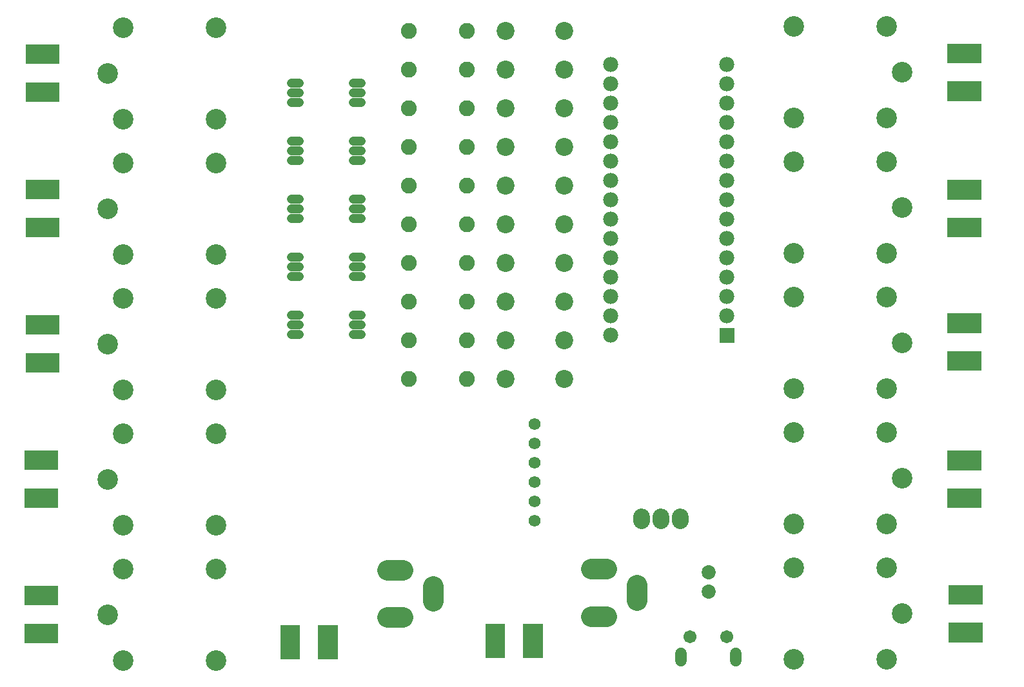
<source format=gbs>
G04 Layer: BottomSolderMaskLayer*
G04 EasyEDA v6.1.52, Sat, 03 Aug 2019 15:20:47 GMT*
G04 0863e46d4acc4207ac88c0ed569749d1,99d799917bed4c779c6d3b41b195639e,10*
G04 Gerber Generator version 0.2*
G04 Scale: 100 percent, Rotated: No, Reflected: No *
G04 Dimensions in millimeters *
G04 leading zeros omitted , absolute positions ,3 integer and 3 decimal *
%FSLAX33Y33*%
%MOMM*%
G90*
G71D02*

%ADD34C,1.203198*%
%ADD35C,2.235200*%
%ADD36C,2.703195*%
%ADD37C,1.503197*%
%ADD39C,1.981200*%
%ADD40C,1.567180*%
%ADD41C,2.082800*%
%ADD42C,2.362200*%
%ADD43R,4.488180X2.583180*%
%ADD46C,1.703197*%
%ADD48C,1.854200*%

%LPD*%
G54D34*
G01X48759Y65278D02*
G01X47760Y65278D01*
G01X48759Y64008D02*
G01X47760Y64008D01*
G01X48759Y62738D02*
G01X47760Y62738D01*
G01X48759Y57658D02*
G01X47760Y57658D01*
G01X48759Y56388D02*
G01X47760Y56388D01*
G01X48759Y55118D02*
G01X47760Y55118D01*
G01X48759Y50038D02*
G01X47760Y50038D01*
G01X48759Y48768D02*
G01X47760Y48768D01*
G01X48759Y47498D02*
G01X47760Y47498D01*
G01X40631Y80518D02*
G01X39632Y80518D01*
G01X40631Y79248D02*
G01X39632Y79248D01*
G01X40631Y77978D02*
G01X39632Y77978D01*
G01X40631Y72898D02*
G01X39632Y72898D01*
G01X40631Y71628D02*
G01X39632Y71628D01*
G01X40631Y70358D02*
G01X39632Y70358D01*
G01X40631Y65278D02*
G01X39632Y65278D01*
G01X40631Y64008D02*
G01X39632Y64008D01*
G01X40631Y62738D02*
G01X39632Y62738D01*
G01X48759Y80518D02*
G01X47760Y80518D01*
G01X48759Y79248D02*
G01X47760Y79248D01*
G01X48759Y77978D02*
G01X47760Y77978D01*
G01X48759Y72898D02*
G01X47760Y72898D01*
G01X48759Y71628D02*
G01X47760Y71628D01*
G01X48759Y70358D02*
G01X47760Y70358D01*
G01X40631Y57658D02*
G01X39632Y57658D01*
G01X40631Y56388D02*
G01X39632Y56388D01*
G01X40631Y55118D02*
G01X39632Y55118D01*
G01X40631Y50038D02*
G01X39632Y50038D01*
G01X40631Y48768D02*
G01X39632Y48768D01*
G01X40631Y47498D02*
G01X39632Y47498D01*
G54D35*
G01X88138Y23495D02*
G01X88138Y22987D01*
G01X90678Y23495D02*
G01X90678Y22987D01*
G01X85598Y23495D02*
G01X85598Y22987D01*
G54D36*
G01X58212Y12393D02*
G01X58212Y14393D01*
G01X52213Y10293D02*
G01X54212Y10293D01*
G01X52213Y16493D02*
G01X54212Y16493D01*
G01X85009Y12520D02*
G01X85009Y14520D01*
G01X79010Y10420D02*
G01X81009Y10420D01*
G01X79010Y16620D02*
G01X81009Y16620D01*
G54D37*
G01X97980Y5540D02*
G01X97980Y4640D01*
G01X90741Y5540D02*
G01X90741Y4640D01*
G36*
G01X95783Y46380D02*
G01X95783Y48361D01*
G01X97764Y48361D01*
G01X97764Y46380D01*
G01X95783Y46380D01*
G37*
G54D39*
G01X96774Y49911D03*
G01X96774Y52451D03*
G01X96774Y54991D03*
G01X96774Y57531D03*
G01X96774Y60071D03*
G01X96774Y62611D03*
G01X96774Y65151D03*
G01X96774Y67691D03*
G01X96774Y70231D03*
G01X96774Y72771D03*
G01X96774Y75311D03*
G01X96774Y77851D03*
G01X96774Y80391D03*
G01X96774Y82931D03*
G01X81534Y47371D03*
G01X81534Y49911D03*
G01X81534Y52451D03*
G01X81534Y54991D03*
G01X81534Y57531D03*
G01X81534Y60071D03*
G01X81534Y62611D03*
G01X81534Y65151D03*
G01X81534Y67691D03*
G01X81534Y70231D03*
G01X81534Y72771D03*
G01X81534Y75311D03*
G01X81534Y77851D03*
G01X81534Y80391D03*
G01X81534Y82931D03*
G54D40*
G01X71556Y30607D03*
G01X71556Y28067D03*
G01X71556Y22987D03*
G01X71556Y25527D03*
G01X71556Y35687D03*
G01X71556Y33147D03*
G54D36*
G01X15506Y46228D03*
G01X17505Y40228D03*
G01X17505Y52227D03*
G01X29705Y52227D03*
G01X29705Y40228D03*
G54D41*
G01X54991Y77216D03*
G01X62611Y77216D03*
G54D42*
G01X67691Y77216D03*
G01X75438Y77216D03*
G54D36*
G01X15506Y28448D03*
G01X17505Y22448D03*
G01X17505Y34447D03*
G01X29705Y34447D03*
G01X29705Y22448D03*
G54D41*
G01X54991Y72136D03*
G01X62611Y72136D03*
G54D42*
G01X67691Y72136D03*
G01X75438Y72136D03*
G54D36*
G01X15506Y10668D03*
G01X17505Y4668D03*
G01X17505Y16667D03*
G01X29705Y16667D03*
G01X29705Y4668D03*
G54D41*
G01X54991Y67056D03*
G01X62611Y67056D03*
G54D42*
G01X67691Y67056D03*
G01X75438Y67056D03*
G54D36*
G01X119748Y10795D03*
G01X117749Y16794D03*
G01X117749Y4795D03*
G01X105549Y4795D03*
G01X105549Y16794D03*
G54D41*
G01X54991Y61976D03*
G01X62611Y61976D03*
G54D42*
G01X67691Y61976D03*
G01X75438Y61976D03*
G54D36*
G01X119748Y28575D03*
G01X117749Y34574D03*
G01X117749Y22575D03*
G01X105549Y22575D03*
G01X105549Y34574D03*
G54D41*
G01X54991Y56896D03*
G01X62611Y56896D03*
G54D42*
G01X67691Y56896D03*
G01X75438Y56896D03*
G54D36*
G01X119748Y46355D03*
G01X117749Y52354D03*
G01X117749Y40355D03*
G01X105549Y40355D03*
G01X105549Y52354D03*
G54D41*
G01X54991Y51816D03*
G01X62611Y51816D03*
G54D42*
G01X67691Y51816D03*
G01X75438Y51816D03*
G54D43*
G01X6908Y43738D03*
G01X6908Y48717D03*
G01X6781Y25958D03*
G01X6781Y30937D03*
G01X6781Y8178D03*
G01X6781Y13157D03*
G36*
G01X125849Y11991D02*
G01X125849Y14574D01*
G01X130335Y14574D01*
G01X130335Y11991D01*
G01X125849Y11991D01*
G37*
G36*
G01X125849Y7012D02*
G01X125849Y9596D01*
G01X130335Y9596D01*
G01X130335Y7012D01*
G01X125849Y7012D01*
G37*
G36*
G01X125722Y29644D02*
G01X125722Y32227D01*
G01X130208Y32227D01*
G01X130208Y29644D01*
G01X125722Y29644D01*
G37*
G36*
G01X125722Y24665D02*
G01X125722Y27249D01*
G01X130208Y27249D01*
G01X130208Y24665D01*
G01X125722Y24665D01*
G37*
G36*
G01X125722Y47678D02*
G01X125722Y50261D01*
G01X130208Y50261D01*
G01X130208Y47678D01*
G01X125722Y47678D01*
G37*
G36*
G01X125722Y42699D02*
G01X125722Y45283D01*
G01X130208Y45283D01*
G01X130208Y42699D01*
G01X125722Y42699D01*
G37*
G54D36*
G01X15506Y81788D03*
G01X17505Y75788D03*
G01X17505Y87787D03*
G01X29705Y87787D03*
G01X29705Y75788D03*
G54D41*
G01X54991Y87376D03*
G01X62611Y87376D03*
G54D42*
G01X67691Y87376D03*
G01X75438Y87376D03*
G54D36*
G01X15506Y64008D03*
G01X17505Y58008D03*
G01X17505Y70007D03*
G01X29705Y70007D03*
G01X29705Y58008D03*
G54D41*
G01X54991Y82296D03*
G01X62611Y82296D03*
G54D42*
G01X67691Y82296D03*
G01X75438Y82296D03*
G54D36*
G01X119748Y64135D03*
G01X117749Y70134D03*
G01X117749Y58135D03*
G01X105549Y58135D03*
G01X105549Y70134D03*
G54D41*
G01X54991Y46736D03*
G01X62611Y46736D03*
G54D42*
G01X67691Y46736D03*
G01X75438Y46736D03*
G54D36*
G01X119748Y81915D03*
G01X117749Y87914D03*
G01X117749Y75915D03*
G01X105549Y75915D03*
G01X105549Y87914D03*
G54D41*
G01X54991Y41656D03*
G01X62611Y41656D03*
G54D42*
G01X67691Y41656D03*
G01X75438Y41656D03*
G54D43*
G01X6908Y79298D03*
G01X6908Y84277D03*
G01X6908Y61518D03*
G01X6908Y66497D03*
G36*
G01X125722Y65204D02*
G01X125722Y67787D01*
G01X130208Y67787D01*
G01X130208Y65204D01*
G01X125722Y65204D01*
G37*
G36*
G01X125722Y60225D02*
G01X125722Y62809D01*
G01X130208Y62809D01*
G01X130208Y60225D01*
G01X125722Y60225D01*
G37*
G36*
G01X125722Y83111D02*
G01X125722Y85694D01*
G01X130208Y85694D01*
G01X130208Y83111D01*
G01X125722Y83111D01*
G37*
G36*
G01X125722Y78132D02*
G01X125722Y80716D01*
G01X130208Y80716D01*
G01X130208Y78132D01*
G01X125722Y78132D01*
G37*
G36*
G01X38130Y4815D02*
G01X38130Y9304D01*
G01X40713Y9304D01*
G01X40713Y4815D01*
G01X38130Y4815D01*
G37*
G36*
G01X43108Y4815D02*
G01X43108Y9304D01*
G01X45689Y9304D01*
G01X45689Y4815D01*
G01X43108Y4815D01*
G37*
G36*
G01X65054Y4942D02*
G01X65054Y9431D01*
G01X67637Y9431D01*
G01X67637Y4942D01*
G01X65054Y4942D01*
G37*
G36*
G01X70032Y4942D02*
G01X70032Y9431D01*
G01X72613Y9431D01*
G01X72613Y4942D01*
G01X70032Y4942D01*
G37*
G54D46*
G01X91950Y7790D03*
G01X96791Y7790D03*
G54D48*
G01X94361Y16256D03*
G01X94361Y13716D03*
M00*
M02*

</source>
